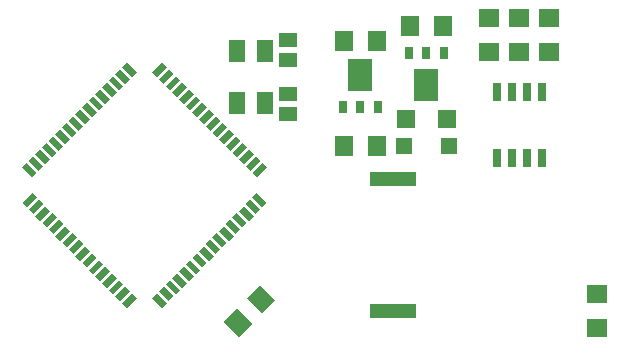
<source format=gbr>
G04 EAGLE Gerber RS-274X export*
G75*
%MOMM*%
%FSLAX34Y34*%
%LPD*%
%INSolderpaste Top*%
%IPPOS*%
%AMOC8*
5,1,8,0,0,1.08239X$1,22.5*%
G01*
%ADD10R,0.558800X1.193800*%
%ADD11R,1.193800X0.558800*%
%ADD12R,1.500000X1.300000*%
%ADD13R,1.803000X1.600000*%
%ADD14R,1.400000X1.900000*%
%ADD15R,1.600000X1.800000*%
%ADD16R,0.711200X1.524000*%
%ADD17R,0.700000X1.100000*%
%ADD18R,2.000000X2.800000*%
%ADD19R,1.400000X1.400000*%
%ADD20R,1.600000X1.600000*%
%ADD21R,4.000000X1.200000*%


D10*
G36*
X180017Y111815D02*
X183968Y107864D01*
X175527Y99423D01*
X171576Y103374D01*
X180017Y111815D01*
G37*
G36*
X174360Y117472D02*
X178311Y113521D01*
X169870Y105080D01*
X165919Y109031D01*
X174360Y117472D01*
G37*
G36*
X168703Y123129D02*
X172654Y119178D01*
X164213Y110737D01*
X160262Y114688D01*
X168703Y123129D01*
G37*
G36*
X163047Y128786D02*
X166998Y124835D01*
X158557Y116394D01*
X154606Y120345D01*
X163047Y128786D01*
G37*
G36*
X157390Y134443D02*
X161341Y130492D01*
X152900Y122051D01*
X148949Y126002D01*
X157390Y134443D01*
G37*
G36*
X151733Y140100D02*
X155684Y136149D01*
X147243Y127708D01*
X143292Y131659D01*
X151733Y140100D01*
G37*
G36*
X146076Y145756D02*
X150027Y141805D01*
X141586Y133364D01*
X137635Y137315D01*
X146076Y145756D01*
G37*
G36*
X140419Y151413D02*
X144370Y147462D01*
X135929Y139021D01*
X131978Y142972D01*
X140419Y151413D01*
G37*
G36*
X134762Y157070D02*
X138713Y153119D01*
X130272Y144678D01*
X126321Y148629D01*
X134762Y157070D01*
G37*
G36*
X129105Y162727D02*
X133056Y158776D01*
X124615Y150335D01*
X120664Y154286D01*
X129105Y162727D01*
G37*
G36*
X123449Y168384D02*
X127400Y164433D01*
X118959Y155992D01*
X115008Y159943D01*
X123449Y168384D01*
G37*
G36*
X117792Y174041D02*
X121743Y170090D01*
X113302Y161649D01*
X109351Y165600D01*
X117792Y174041D01*
G37*
G36*
X112135Y179698D02*
X116086Y175747D01*
X107645Y167306D01*
X103694Y171257D01*
X112135Y179698D01*
G37*
G36*
X106478Y185354D02*
X110429Y181403D01*
X101988Y172962D01*
X98037Y176913D01*
X106478Y185354D01*
G37*
G36*
X100821Y191011D02*
X104772Y187060D01*
X96331Y178619D01*
X92380Y182570D01*
X100821Y191011D01*
G37*
G36*
X95164Y196668D02*
X99115Y192717D01*
X90674Y184276D01*
X86723Y188227D01*
X95164Y196668D01*
G37*
D11*
G36*
X240581Y151413D02*
X249022Y142972D01*
X245071Y139021D01*
X236630Y147462D01*
X240581Y151413D01*
G37*
G36*
X234924Y145756D02*
X243365Y137315D01*
X239414Y133364D01*
X230973Y141805D01*
X234924Y145756D01*
G37*
G36*
X229267Y140100D02*
X237708Y131659D01*
X233757Y127708D01*
X225316Y136149D01*
X229267Y140100D01*
G37*
G36*
X223610Y134443D02*
X232051Y126002D01*
X228100Y122051D01*
X219659Y130492D01*
X223610Y134443D01*
G37*
G36*
X217953Y128786D02*
X226394Y120345D01*
X222443Y116394D01*
X214002Y124835D01*
X217953Y128786D01*
G37*
G36*
X212297Y123129D02*
X220738Y114688D01*
X216787Y110737D01*
X208346Y119178D01*
X212297Y123129D01*
G37*
G36*
X206640Y117472D02*
X215081Y109031D01*
X211130Y105080D01*
X202689Y113521D01*
X206640Y117472D01*
G37*
G36*
X200983Y111815D02*
X209424Y103374D01*
X205473Y99423D01*
X197032Y107864D01*
X200983Y111815D01*
G37*
G36*
X246238Y157070D02*
X254679Y148629D01*
X250728Y144678D01*
X242287Y153119D01*
X246238Y157070D01*
G37*
G36*
X251895Y162727D02*
X260336Y154286D01*
X256385Y150335D01*
X247944Y158776D01*
X251895Y162727D01*
G37*
G36*
X257551Y168384D02*
X265992Y159943D01*
X262041Y155992D01*
X253600Y164433D01*
X257551Y168384D01*
G37*
G36*
X263208Y174041D02*
X271649Y165600D01*
X267698Y161649D01*
X259257Y170090D01*
X263208Y174041D01*
G37*
G36*
X268865Y179698D02*
X277306Y171257D01*
X273355Y167306D01*
X264914Y175747D01*
X268865Y179698D01*
G37*
G36*
X274522Y185354D02*
X282963Y176913D01*
X279012Y172962D01*
X270571Y181403D01*
X274522Y185354D01*
G37*
G36*
X280179Y191011D02*
X288620Y182570D01*
X284669Y178619D01*
X276228Y187060D01*
X280179Y191011D01*
G37*
G36*
X285836Y196668D02*
X294277Y188227D01*
X290326Y184276D01*
X281885Y192717D01*
X285836Y196668D01*
G37*
D10*
G36*
X290326Y222124D02*
X294277Y218173D01*
X285836Y209732D01*
X281885Y213683D01*
X290326Y222124D01*
G37*
G36*
X284669Y227781D02*
X288620Y223830D01*
X280179Y215389D01*
X276228Y219340D01*
X284669Y227781D01*
G37*
G36*
X279012Y233438D02*
X282963Y229487D01*
X274522Y221046D01*
X270571Y224997D01*
X279012Y233438D01*
G37*
G36*
X273355Y239094D02*
X277306Y235143D01*
X268865Y226702D01*
X264914Y230653D01*
X273355Y239094D01*
G37*
G36*
X267698Y244751D02*
X271649Y240800D01*
X263208Y232359D01*
X259257Y236310D01*
X267698Y244751D01*
G37*
G36*
X262041Y250408D02*
X265992Y246457D01*
X257551Y238016D01*
X253600Y241967D01*
X262041Y250408D01*
G37*
G36*
X256385Y256065D02*
X260336Y252114D01*
X251895Y243673D01*
X247944Y247624D01*
X256385Y256065D01*
G37*
G36*
X250728Y261722D02*
X254679Y257771D01*
X246238Y249330D01*
X242287Y253281D01*
X250728Y261722D01*
G37*
G36*
X245071Y267379D02*
X249022Y263428D01*
X240581Y254987D01*
X236630Y258938D01*
X245071Y267379D01*
G37*
G36*
X239414Y273036D02*
X243365Y269085D01*
X234924Y260644D01*
X230973Y264595D01*
X239414Y273036D01*
G37*
G36*
X233757Y278692D02*
X237708Y274741D01*
X229267Y266300D01*
X225316Y270251D01*
X233757Y278692D01*
G37*
G36*
X228100Y284349D02*
X232051Y280398D01*
X223610Y271957D01*
X219659Y275908D01*
X228100Y284349D01*
G37*
G36*
X222443Y290006D02*
X226394Y286055D01*
X217953Y277614D01*
X214002Y281565D01*
X222443Y290006D01*
G37*
G36*
X216787Y295663D02*
X220738Y291712D01*
X212297Y283271D01*
X208346Y287222D01*
X216787Y295663D01*
G37*
G36*
X211130Y301320D02*
X215081Y297369D01*
X206640Y288928D01*
X202689Y292879D01*
X211130Y301320D01*
G37*
G36*
X205473Y306977D02*
X209424Y303026D01*
X200983Y294585D01*
X197032Y298536D01*
X205473Y306977D01*
G37*
D11*
G36*
X175527Y306977D02*
X183968Y298536D01*
X180017Y294585D01*
X171576Y303026D01*
X175527Y306977D01*
G37*
G36*
X169870Y301320D02*
X178311Y292879D01*
X174360Y288928D01*
X165919Y297369D01*
X169870Y301320D01*
G37*
G36*
X164213Y295663D02*
X172654Y287222D01*
X168703Y283271D01*
X160262Y291712D01*
X164213Y295663D01*
G37*
G36*
X158557Y290006D02*
X166998Y281565D01*
X163047Y277614D01*
X154606Y286055D01*
X158557Y290006D01*
G37*
G36*
X152900Y284349D02*
X161341Y275908D01*
X157390Y271957D01*
X148949Y280398D01*
X152900Y284349D01*
G37*
G36*
X147243Y278692D02*
X155684Y270251D01*
X151733Y266300D01*
X143292Y274741D01*
X147243Y278692D01*
G37*
G36*
X141586Y273036D02*
X150027Y264595D01*
X146076Y260644D01*
X137635Y269085D01*
X141586Y273036D01*
G37*
G36*
X135929Y267379D02*
X144370Y258938D01*
X140419Y254987D01*
X131978Y263428D01*
X135929Y267379D01*
G37*
G36*
X130272Y261722D02*
X138713Y253281D01*
X134762Y249330D01*
X126321Y257771D01*
X130272Y261722D01*
G37*
G36*
X124615Y256065D02*
X133056Y247624D01*
X129105Y243673D01*
X120664Y252114D01*
X124615Y256065D01*
G37*
G36*
X118959Y250408D02*
X127400Y241967D01*
X123449Y238016D01*
X115008Y246457D01*
X118959Y250408D01*
G37*
G36*
X113302Y244751D02*
X121743Y236310D01*
X117792Y232359D01*
X109351Y240800D01*
X113302Y244751D01*
G37*
G36*
X107645Y239094D02*
X116086Y230653D01*
X112135Y226702D01*
X103694Y235143D01*
X107645Y239094D01*
G37*
G36*
X101988Y233438D02*
X110429Y224997D01*
X106478Y221046D01*
X98037Y229487D01*
X101988Y233438D01*
G37*
G36*
X96331Y227781D02*
X104772Y219340D01*
X100821Y215389D01*
X92380Y223830D01*
X96331Y227781D01*
G37*
G36*
X90674Y222124D02*
X99115Y213683D01*
X95164Y209732D01*
X86723Y218173D01*
X90674Y222124D01*
G37*
D12*
X312420Y309000D03*
X312420Y326000D03*
D13*
X482600Y315980D03*
X482600Y344420D03*
D12*
X312420Y280280D03*
X312420Y263280D03*
D14*
X292670Y272640D03*
X292670Y316640D03*
X268670Y316640D03*
X268670Y272640D03*
D15*
G36*
X281521Y85914D02*
X270208Y74601D01*
X257481Y87328D01*
X268794Y98641D01*
X281521Y85914D01*
G37*
G36*
X301319Y105712D02*
X290006Y94399D01*
X277279Y107126D01*
X288592Y118439D01*
X301319Y105712D01*
G37*
D16*
X527050Y281940D03*
X514350Y281940D03*
X501650Y281940D03*
X488950Y281940D03*
X488950Y226060D03*
X501650Y226060D03*
X514350Y226060D03*
X527050Y226060D03*
D17*
X388380Y269520D03*
X358380Y269520D03*
D18*
X373380Y296020D03*
D17*
X373380Y269520D03*
X414260Y314680D03*
X444260Y314680D03*
D18*
X429260Y288180D03*
D17*
X429260Y314680D03*
D19*
X410260Y236220D03*
X448260Y236220D03*
D13*
X508000Y315980D03*
X508000Y344420D03*
X533400Y344420D03*
X533400Y315980D03*
D15*
X415260Y337820D03*
X443260Y337820D03*
D13*
X574040Y82300D03*
X574040Y110740D03*
D20*
X446260Y259080D03*
X412260Y259080D03*
D15*
X387380Y325120D03*
X359380Y325120D03*
X359380Y236220D03*
X387380Y236220D03*
D21*
X401320Y208400D03*
X401320Y96400D03*
M02*

</source>
